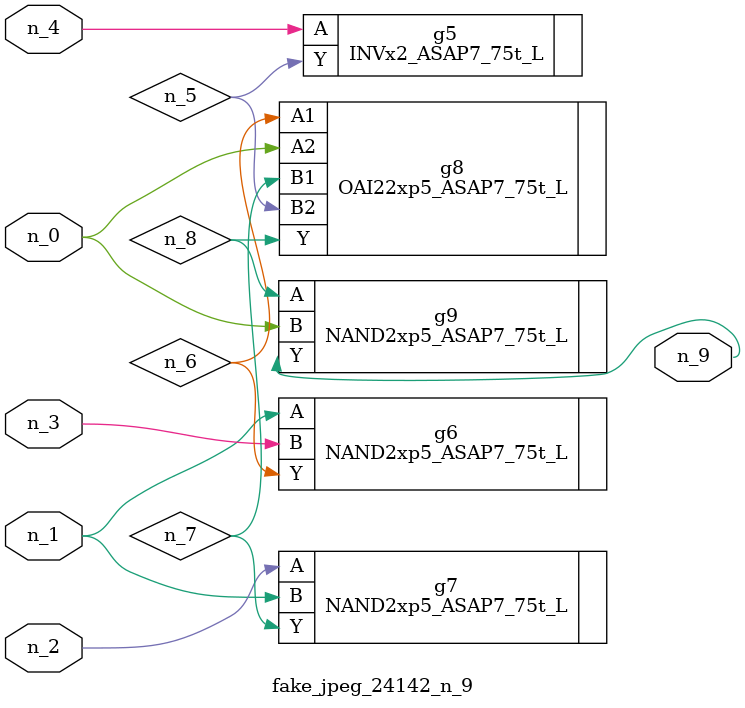
<source format=v>
module fake_jpeg_24142_n_9 (n_3, n_2, n_1, n_0, n_4, n_9);

input n_3;
input n_2;
input n_1;
input n_0;
input n_4;

output n_9;

wire n_8;
wire n_6;
wire n_5;
wire n_7;

INVx2_ASAP7_75t_L g5 ( 
.A(n_4),
.Y(n_5)
);

NAND2xp5_ASAP7_75t_L g6 ( 
.A(n_1),
.B(n_3),
.Y(n_6)
);

NAND2xp5_ASAP7_75t_L g7 ( 
.A(n_2),
.B(n_1),
.Y(n_7)
);

OAI22xp5_ASAP7_75t_L g8 ( 
.A1(n_6),
.A2(n_0),
.B1(n_7),
.B2(n_5),
.Y(n_8)
);

NAND2xp5_ASAP7_75t_L g9 ( 
.A(n_8),
.B(n_0),
.Y(n_9)
);


endmodule
</source>
